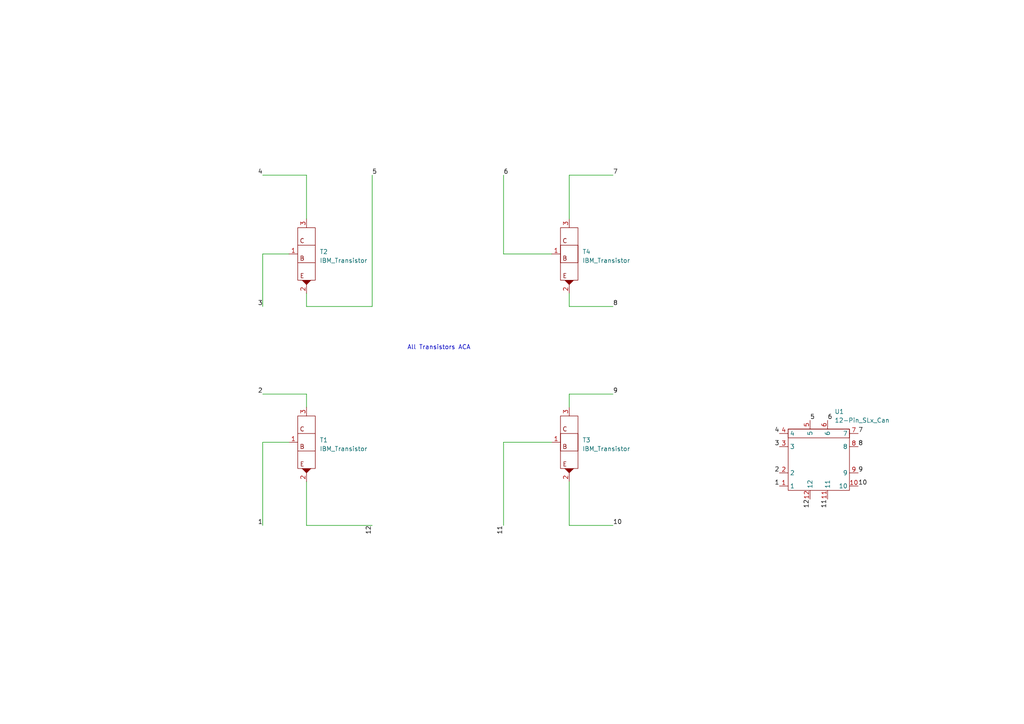
<source format=kicad_sch>
(kicad_sch (version 20211123) (generator eeschema)
  (paper "A4")
  (lib_symbols
    (symbol "IBM_SLT-SLD:12-Pin_SLx_Can"
      (property "Reference" "U" (at 0 -2.54 0))
      (property "Value" "12-Pin_SLx_Can" (at 0 0 0))
      (symbol "12-Pin_SLx_Can_0_1"
        (rectangle (start -8.89 8.89) (end 8.89 -8.89))
        (rectangle (start -8.89 8.89) (end 8.89 6.35))
      )
      (symbol "12-Pin_SLx_Can_1_1"
        (pin passive line (at -11.43 -7.62 0) (length 2.54) (name "1") (number "1"))
        (pin passive line (at 11.43 -7.62 180) (length 2.54) (name "10") (number "10"))
        (pin passive line (at 2.54 -11.43 90) (length 2.54) (name "11") (number "11"))
        (pin passive line (at -2.54 -11.43 90) (length 2.54) (name "12") (number "12"))
        (pin passive line (at -11.43 -3.81 0) (length 2.54) (name "2") (number "2"))
        (pin passive line (at -11.43 3.81 0) (length 2.54) (name "3") (number "3"))
        (pin passive line (at -11.43 7.62 0) (length 2.54) (name "4") (number "4"))
        (pin passive line (at -2.54 11.43 270) (length 2.54) (name "5") (number "5"))
        (pin passive line (at 2.54 11.43 270) (length 2.54) (name "6") (number "6"))
        (pin passive line (at 11.43 7.62 180) (length 2.54) (name "7") (number "7"))
        (pin passive line (at 11.43 3.81 180) (length 2.54) (name "8") (number "8"))
        (pin passive line (at 11.43 -3.81 180) (length 2.54) (name "9") (number "9"))
      )
    )
    (symbol "IBM_SLT-SLD:IBM_Transistor"
      (property "Reference" "T" (at 0 5.08 0))
      (property "Value" "IBM_Transistor" (at 7.62 8.89 0))
      (symbol "IBM_Transistor_0_0"
        (text "B" (at -1.27 -1.27 0) (effects (font (size 1.27 1.27))))
        (text "C" (at -1.27 3.81 0) (effects (font (size 1.27 1.27))))
        (text "E" (at -1.27 -6.35 0) (effects (font (size 1.27 1.27))))
      )
      (symbol "IBM_Transistor_0_1"
        (rectangle (start -2.54 2.54) (end 2.54 -2.54))
        (rectangle (start -2.54 7.62) (end 2.54 -7.62))
        (polyline (pts (xy -1.27 -7.62) (xy 0 -8.89) (xy 1.27 -7.62)) (fill (type outline)))
      )
      (symbol "IBM_Transistor_1_1"
        (pin passive line (at -5.08 0 0) (length 2.54) (name "B") (number "1"))
        (pin passive line (at 0 -11.43 90) (length 2.54) (name "E") (number "2"))
        (pin passive line (at 0 10.16 270) (length 2.54) (name "C") (number "3"))
      )
    )
  )
  (wire (pts (xy 76.2 114.3) (xy 88.9 114.3)))
  (wire (pts (xy 165.1 63.5) (xy 165.1 50.8)))
  (wire (pts (xy 165.1 50.8) (xy 177.8 50.8)))
  (wire (pts (xy 88.9 114.3) (xy 88.9 118.11)))
  (wire (pts (xy 165.1 88.9) (xy 177.8 88.9)))
  (wire (pts (xy 165.1 118.11) (xy 165.1 114.3)))
  (wire (pts (xy 88.9 88.9) (xy 107.95 88.9)))
  (wire (pts (xy 83.82 73.66) (xy 76.2 73.66)))
  (wire (pts (xy 160.02 128.27) (xy 146.05 128.27)))
  (wire (pts (xy 146.05 128.27) (xy 146.05 152.4)))
  (wire (pts (xy 165.1 114.3) (xy 177.8 114.3)))
  (wire (pts (xy 76.2 152.4) (xy 76.2 128.27)))
  (wire (pts (xy 107.95 88.9) (xy 107.95 50.8)))
  (wire (pts (xy 88.9 85.09) (xy 88.9 88.9)))
  (wire (pts (xy 88.9 152.4) (xy 107.95 152.4)))
  (wire (pts (xy 165.1 152.4) (xy 177.8 152.4)))
  (wire (pts (xy 76.2 73.66) (xy 76.2 88.9)))
  (wire (pts (xy 88.9 50.8) (xy 76.2 50.8)))
  (wire (pts (xy 160.02 73.66) (xy 146.05 73.66)))
  (wire (pts (xy 76.2 128.27) (xy 83.82 128.27)))
  (wire (pts (xy 88.9 63.5) (xy 88.9 50.8)))
  (wire (pts (xy 165.1 85.09) (xy 165.1 88.9)))
  (wire (pts (xy 88.9 139.7) (xy 88.9 152.4)))
  (wire (pts (xy 165.1 139.7) (xy 165.1 152.4)))
  (wire (pts (xy 146.05 73.66) (xy 146.05 50.8)))
  (text "All Transistors ACA" (at 118.11 101.6 0) (effects (font (size 1.27 1.27)) (justify left bottom)))
  (label "9" (at 248.92 137.16 0))
  (label "12" (at 107.95 152.4 270))
  (label "7" (at 248.92 125.73 0))
  (label "3" (at 76.2 88.9 180))
  (label "4" (at 76.2 50.8 180))
  (label "5" (at 107.95 50.8 0))
  (label "2" (at 76.2 114.3 180))
  (label "5" (at 234.95 121.92 0))
  (label "11" (at 240.03 144.78 270))
  (label "6" (at 146.05 50.8 0))
  (label "1" (at 76.2 152.4 180))
  (label "8" (at 177.8 88.9 0))
  (label "4" (at 226.06 125.73 180))
  (label "10" (at 248.92 140.97 0))
  (label "3" (at 226.06 129.54 180))
  (label "11" (at 146.05 152.4 270))
  (label "8" (at 248.92 129.54 0))
  (label "1" (at 226.06 140.97 180))
  (label "10" (at 177.8 152.4 0))
  (label "12" (at 234.95 144.78 270))
  (label "7" (at 177.8 50.8 0))
  (label "2" (at 226.06 137.16 180))
  (label "6" (at 240.03 121.92 0))
  (label "9" (at 177.8 114.3 0))
  (symbol (lib_id "IBM_SLT-SLD:IBM_Transistor") (at 88.9 128.27 0) (unit 1)
    (property "Reference" "T1" (at 92.71 127.6349 0) (effects (justify left)))
    (property "Value" "IBM_Transistor" (at 92.71 130.1749 0) (effects (justify left)))
  )
  (symbol (lib_id "IBM_SLT-SLD:IBM_Transistor") (at 165.1 128.27 0) (unit 1)
    (property "Reference" "T3" (at 168.91 127.6349 0) (effects (justify left)))
    (property "Value" "IBM_Transistor" (at 168.91 130.1749 0) (effects (justify left)))
  )
  (symbol (lib_id "IBM_SLT-SLD:12-Pin_SLx_Can") (at 237.49 133.35 0) (unit 1)
    (property "Reference" "U1" (at 242.0494 119.38 0) (effects (justify left)))
    (property "Value" "12-Pin_SLx_Can" (at 242.0494 121.92 0) (effects (justify left)))
    (property "Footprint" "IBM_SLT-SLD:12-Pin_SLx_Can" (effects hide))
  )
  (symbol (lib_id "IBM_SLT-SLD:IBM_Transistor") (at 88.9 73.66 0) (unit 1)
    (property "Reference" "T2" (at 92.71 73.0249 0) (effects (justify left)))
    (property "Value" "IBM_Transistor" (at 92.71 75.5649 0) (effects (justify left)))
  )
  (symbol (lib_id "IBM_SLT-SLD:IBM_Transistor") (at 165.1 73.66 0) (unit 1)
    (property "Reference" "T4" (at 168.91 73.0249 0) (effects (justify left)))
    (property "Value" "IBM_Transistor" (at 168.91 75.5649 0) (effects (justify left)))
  )
)
</source>
